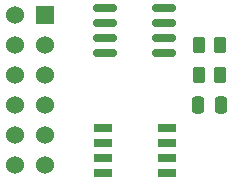
<source format=gts>
%TF.GenerationSoftware,KiCad,Pcbnew,(6.0.5)*%
%TF.CreationDate,2022-05-30T11:24:42-06:00*%
%TF.ProjectId,PMOD_MEM,504d4f44-5f4d-4454-9d2e-6b696361645f,rev?*%
%TF.SameCoordinates,Original*%
%TF.FileFunction,Soldermask,Top*%
%TF.FilePolarity,Negative*%
%FSLAX46Y46*%
G04 Gerber Fmt 4.6, Leading zero omitted, Abs format (unit mm)*
G04 Created by KiCad (PCBNEW (6.0.5)) date 2022-05-30 11:24:42*
%MOMM*%
%LPD*%
G01*
G04 APERTURE LIST*
G04 Aperture macros list*
%AMRoundRect*
0 Rectangle with rounded corners*
0 $1 Rounding radius*
0 $2 $3 $4 $5 $6 $7 $8 $9 X,Y pos of 4 corners*
0 Add a 4 corners polygon primitive as box body*
4,1,4,$2,$3,$4,$5,$6,$7,$8,$9,$2,$3,0*
0 Add four circle primitives for the rounded corners*
1,1,$1+$1,$2,$3*
1,1,$1+$1,$4,$5*
1,1,$1+$1,$6,$7*
1,1,$1+$1,$8,$9*
0 Add four rect primitives between the rounded corners*
20,1,$1+$1,$2,$3,$4,$5,0*
20,1,$1+$1,$4,$5,$6,$7,0*
20,1,$1+$1,$6,$7,$8,$9,0*
20,1,$1+$1,$8,$9,$2,$3,0*%
G04 Aperture macros list end*
%ADD10R,1.524000X1.524000*%
%ADD11C,1.524000*%
%ADD12RoundRect,0.250000X0.262500X0.450000X-0.262500X0.450000X-0.262500X-0.450000X0.262500X-0.450000X0*%
%ADD13RoundRect,0.250000X0.250000X0.475000X-0.250000X0.475000X-0.250000X-0.475000X0.250000X-0.475000X0*%
%ADD14RoundRect,0.150000X-0.825000X-0.150000X0.825000X-0.150000X0.825000X0.150000X-0.825000X0.150000X0*%
%ADD15R,1.525000X0.700000*%
G04 APERTURE END LIST*
D10*
%TO.C,PMOD1*%
X102870000Y-100330000D03*
D11*
X102870000Y-102870000D03*
X102870000Y-105410000D03*
X102870000Y-107950000D03*
X102870000Y-110490000D03*
X102870000Y-113030000D03*
X100330000Y-100330000D03*
X100330000Y-102870000D03*
X100330000Y-105410000D03*
X100330000Y-107950000D03*
X100330000Y-110490000D03*
X100330000Y-113030000D03*
%TD*%
D12*
%TO.C,R2*%
X117752500Y-102870000D03*
X115927500Y-102870000D03*
%TD*%
D13*
%TO.C,C1*%
X117790000Y-107950000D03*
X115890000Y-107950000D03*
%TD*%
D12*
%TO.C,R1*%
X117752500Y-105410000D03*
X115927500Y-105410000D03*
%TD*%
D14*
%TO.C,U1*%
X108015000Y-99695000D03*
X108015000Y-100965000D03*
X108015000Y-102235000D03*
X108015000Y-103505000D03*
X112965000Y-103505000D03*
X112965000Y-102235000D03*
X112965000Y-100965000D03*
X112965000Y-99695000D03*
%TD*%
D15*
%TO.C,IC1*%
X107778000Y-109855000D03*
X107778000Y-111125000D03*
X107778000Y-112395000D03*
X107778000Y-113665000D03*
X113202000Y-113665000D03*
X113202000Y-112395000D03*
X113202000Y-111125000D03*
X113202000Y-109855000D03*
%TD*%
M02*

</source>
